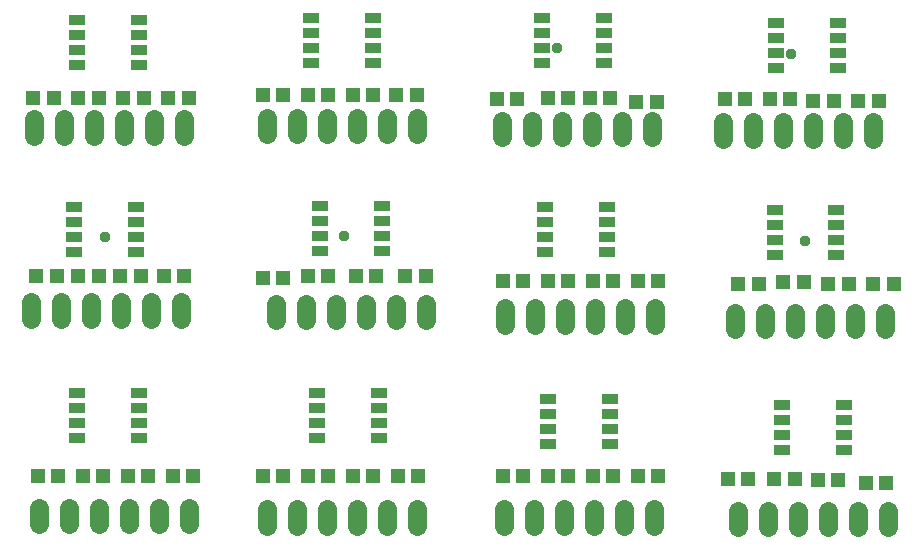
<source format=gbr>
G04 EAGLE Gerber RS-274X export*
G75*
%MOMM*%
%FSLAX34Y34*%
%LPD*%
%INSoldermask Top*%
%IPPOS*%
%AMOC8*
5,1,8,0,0,1.08239X$1,22.5*%
G01*
%ADD10R,1.303200X1.203200*%
%ADD11R,1.203200X1.303200*%
%ADD12R,1.473200X0.838200*%
%ADD13C,1.611200*%
%ADD14C,0.959600*%


D10*
X390Y40640D03*
X17390Y40640D03*
X38490Y40640D03*
X55490Y40640D03*
D11*
X76590Y40640D03*
X93590Y40640D03*
X114690Y40640D03*
X131690Y40640D03*
D12*
X89350Y93980D03*
X89350Y106680D03*
X89350Y81280D03*
X89350Y68580D03*
X37350Y93980D03*
X37350Y106680D03*
X37350Y81280D03*
X37350Y68580D03*
D13*
X77470Y22280D02*
X77470Y8200D01*
X52070Y8200D02*
X52070Y22280D01*
X102870Y22280D02*
X102870Y8200D01*
X128270Y8200D02*
X128270Y22280D01*
X26670Y22280D02*
X26670Y8200D01*
X1270Y8200D02*
X1270Y22280D01*
D12*
X287470Y95250D03*
X287470Y107950D03*
X287470Y82550D03*
X287470Y69850D03*
X235470Y95250D03*
X235470Y107950D03*
X235470Y82550D03*
X235470Y69850D03*
D11*
X270900Y43180D03*
X287900Y43180D03*
X307730Y43180D03*
X324730Y43180D03*
D10*
X194700Y43180D03*
X211700Y43180D03*
X232800Y43180D03*
X249800Y43180D03*
D13*
X274320Y23550D02*
X274320Y9470D01*
X248920Y9470D02*
X248920Y23550D01*
X299720Y23550D02*
X299720Y9470D01*
X325120Y9470D02*
X325120Y23550D01*
X223520Y23550D02*
X223520Y9470D01*
X198120Y9470D02*
X198120Y23550D01*
D12*
X483050Y95250D03*
X483050Y107950D03*
X483050Y82550D03*
X483050Y69850D03*
X431050Y95250D03*
X431050Y107950D03*
X431050Y82550D03*
X431050Y69850D03*
D11*
X471560Y40640D03*
X488560Y40640D03*
X510930Y36830D03*
X527930Y36830D03*
D10*
X392820Y39370D03*
X409820Y39370D03*
X436000Y40640D03*
X453000Y40640D03*
D13*
X473710Y21010D02*
X473710Y6930D01*
X448310Y6930D02*
X448310Y21010D01*
X499110Y21010D02*
X499110Y6930D01*
X524510Y6930D02*
X524510Y21010D01*
X422910Y21010D02*
X422910Y6930D01*
X397510Y6930D02*
X397510Y21010D01*
D12*
X681170Y91440D03*
X681170Y104140D03*
X681170Y78740D03*
X681170Y66040D03*
X629170Y91440D03*
X629170Y104140D03*
X629170Y78740D03*
X629170Y66040D03*
D11*
X698890Y38100D03*
X715890Y38100D03*
X660790Y38100D03*
X677790Y38100D03*
D10*
X585860Y39370D03*
X602860Y39370D03*
X623960Y39370D03*
X640960Y39370D03*
D13*
X660400Y19740D02*
X660400Y5660D01*
X635000Y5660D02*
X635000Y19740D01*
X685800Y19740D02*
X685800Y5660D01*
X711200Y5660D02*
X711200Y19740D01*
X609600Y19740D02*
X609600Y5660D01*
X584200Y5660D02*
X584200Y19740D01*
D12*
X86810Y-64770D03*
X86810Y-52070D03*
X86810Y-77470D03*
X86810Y-90170D03*
X34810Y-64770D03*
X34810Y-52070D03*
X34810Y-77470D03*
X34810Y-90170D03*
D11*
X74050Y-110490D03*
X91050Y-110490D03*
X110880Y-110490D03*
X127880Y-110490D03*
D10*
X2930Y-110490D03*
X19930Y-110490D03*
X38490Y-110490D03*
X55490Y-110490D03*
D13*
X74930Y-132660D02*
X74930Y-146740D01*
X49530Y-146740D02*
X49530Y-132660D01*
X100330Y-132660D02*
X100330Y-146740D01*
X125730Y-146740D02*
X125730Y-132660D01*
X24130Y-132660D02*
X24130Y-146740D01*
X-1270Y-146740D02*
X-1270Y-132660D01*
D12*
X295090Y-63500D03*
X295090Y-50800D03*
X295090Y-76200D03*
X295090Y-88900D03*
X243090Y-63500D03*
X243090Y-50800D03*
X243090Y-76200D03*
X243090Y-88900D03*
D11*
X315350Y-110490D03*
X332350Y-110490D03*
X273440Y-110490D03*
X290440Y-110490D03*
D10*
X194700Y-111760D03*
X211700Y-111760D03*
X232800Y-110490D03*
X249800Y-110490D03*
D13*
X281940Y-133930D02*
X281940Y-148010D01*
X256540Y-148010D02*
X256540Y-133930D01*
X307340Y-133930D02*
X307340Y-148010D01*
X332740Y-148010D02*
X332740Y-133930D01*
X231140Y-133930D02*
X231140Y-148010D01*
X205740Y-148010D02*
X205740Y-133930D01*
D12*
X485590Y-64770D03*
X485590Y-52070D03*
X485590Y-77470D03*
X485590Y-90170D03*
X433590Y-64770D03*
X433590Y-52070D03*
X433590Y-77470D03*
X433590Y-90170D03*
D11*
X474100Y-114300D03*
X491100Y-114300D03*
X512200Y-114300D03*
X529200Y-114300D03*
D10*
X397900Y-114300D03*
X414900Y-114300D03*
X436000Y-114300D03*
X453000Y-114300D03*
D13*
X476250Y-137740D02*
X476250Y-151820D01*
X450850Y-151820D02*
X450850Y-137740D01*
X501650Y-137740D02*
X501650Y-151820D01*
X527050Y-151820D02*
X527050Y-137740D01*
X425450Y-137740D02*
X425450Y-151820D01*
X400050Y-151820D02*
X400050Y-137740D01*
D12*
X679900Y-67310D03*
X679900Y-54610D03*
X679900Y-80010D03*
X679900Y-92710D03*
X627900Y-67310D03*
X627900Y-54610D03*
X627900Y-80010D03*
X627900Y-92710D03*
D11*
X673490Y-116840D03*
X690490Y-116840D03*
X711590Y-116840D03*
X728590Y-116840D03*
D10*
X597290Y-116840D03*
X614290Y-116840D03*
X635390Y-115570D03*
X652390Y-115570D03*
D13*
X670560Y-141550D02*
X670560Y-155630D01*
X645160Y-155630D02*
X645160Y-141550D01*
X695960Y-141550D02*
X695960Y-155630D01*
X721360Y-155630D02*
X721360Y-141550D01*
X619760Y-141550D02*
X619760Y-155630D01*
X594360Y-155630D02*
X594360Y-141550D01*
D12*
X89350Y-222250D03*
X89350Y-209550D03*
X89350Y-234950D03*
X89350Y-247650D03*
X37350Y-222250D03*
X37350Y-209550D03*
X37350Y-234950D03*
X37350Y-247650D03*
D11*
X80400Y-279400D03*
X97400Y-279400D03*
X118500Y-279400D03*
X135500Y-279400D03*
D10*
X4200Y-279400D03*
X21200Y-279400D03*
X42300Y-279400D03*
X59300Y-279400D03*
D13*
X81280Y-306650D02*
X81280Y-320730D01*
X55880Y-320730D02*
X55880Y-306650D01*
X106680Y-306650D02*
X106680Y-320730D01*
X132080Y-320730D02*
X132080Y-306650D01*
X30480Y-306650D02*
X30480Y-320730D01*
X5080Y-320730D02*
X5080Y-306650D01*
D12*
X292550Y-222250D03*
X292550Y-209550D03*
X292550Y-234950D03*
X292550Y-247650D03*
X240550Y-222250D03*
X240550Y-209550D03*
X240550Y-234950D03*
X240550Y-247650D03*
D11*
X270900Y-279400D03*
X287900Y-279400D03*
X309000Y-279400D03*
X326000Y-279400D03*
D10*
X194700Y-279400D03*
X211700Y-279400D03*
X232800Y-279400D03*
X249800Y-279400D03*
D13*
X274320Y-307920D02*
X274320Y-322000D01*
X248920Y-322000D02*
X248920Y-307920D01*
X299720Y-307920D02*
X299720Y-322000D01*
X325120Y-322000D02*
X325120Y-307920D01*
X223520Y-307920D02*
X223520Y-322000D01*
X198120Y-322000D02*
X198120Y-307920D01*
D12*
X488130Y-227330D03*
X488130Y-214630D03*
X488130Y-240030D03*
X488130Y-252730D03*
X436130Y-227330D03*
X436130Y-214630D03*
X436130Y-240030D03*
X436130Y-252730D03*
D11*
X474100Y-279400D03*
X491100Y-279400D03*
X512200Y-279400D03*
X529200Y-279400D03*
D10*
X397900Y-279400D03*
X414900Y-279400D03*
X436000Y-279400D03*
X453000Y-279400D03*
D13*
X474980Y-307920D02*
X474980Y-322000D01*
X449580Y-322000D02*
X449580Y-307920D01*
X500380Y-307920D02*
X500380Y-322000D01*
X525780Y-322000D02*
X525780Y-307920D01*
X424180Y-307920D02*
X424180Y-322000D01*
X398780Y-322000D02*
X398780Y-307920D01*
D12*
X686250Y-232410D03*
X686250Y-219710D03*
X686250Y-245110D03*
X686250Y-257810D03*
X634250Y-232410D03*
X634250Y-219710D03*
X634250Y-245110D03*
X634250Y-257810D03*
D11*
X664600Y-283210D03*
X681600Y-283210D03*
X705240Y-285750D03*
X722240Y-285750D03*
D10*
X588400Y-281940D03*
X605400Y-281940D03*
X627770Y-281940D03*
X644770Y-281940D03*
D13*
X673100Y-309190D02*
X673100Y-323270D01*
X647700Y-323270D02*
X647700Y-309190D01*
X698500Y-309190D02*
X698500Y-323270D01*
X723900Y-323270D02*
X723900Y-309190D01*
X622300Y-309190D02*
X622300Y-323270D01*
X596900Y-323270D02*
X596900Y-309190D01*
D14*
X60960Y-77724D03*
X263652Y-76200D03*
X443484Y82296D03*
X653796Y-80772D03*
X641604Y77724D03*
M02*

</source>
